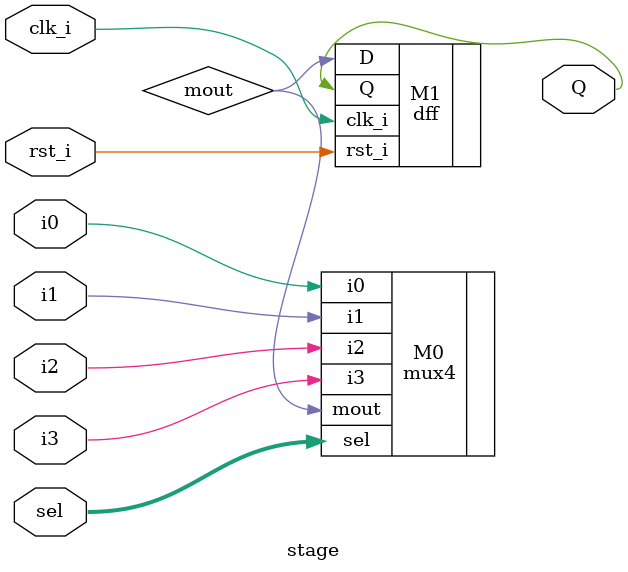
<source format=v>

module stage (
    // OUTPUTS
    output Q

    // INPUTS
    ,input  i0 // circulation bit sel
    ,input i1 // rshift serial input
    ,input i2 // lshift serial input
    ,input i3 // paral input
    ,input [1:0] sel // stage mode ctrl bus
    ,input clk_i
    ,input rst_i
    );

    wire  mout;

    mux4  M0 (
        // OUTPUTS
        .mout(mout)

        // INPUTS
        ,.i0(i0)
        ,.i1(i1)
        ,.i2(i2)
        ,.i3(i3)
        ,.sel(sel)
    );

    dff M1 (
        // OUTPUTS
        .Q(Q)

        // INPUTS
        ,.D(mout)
        ,.clk_i(clk_i)
        ,.rst_i(rst_i)
    );
endmodule

</source>
